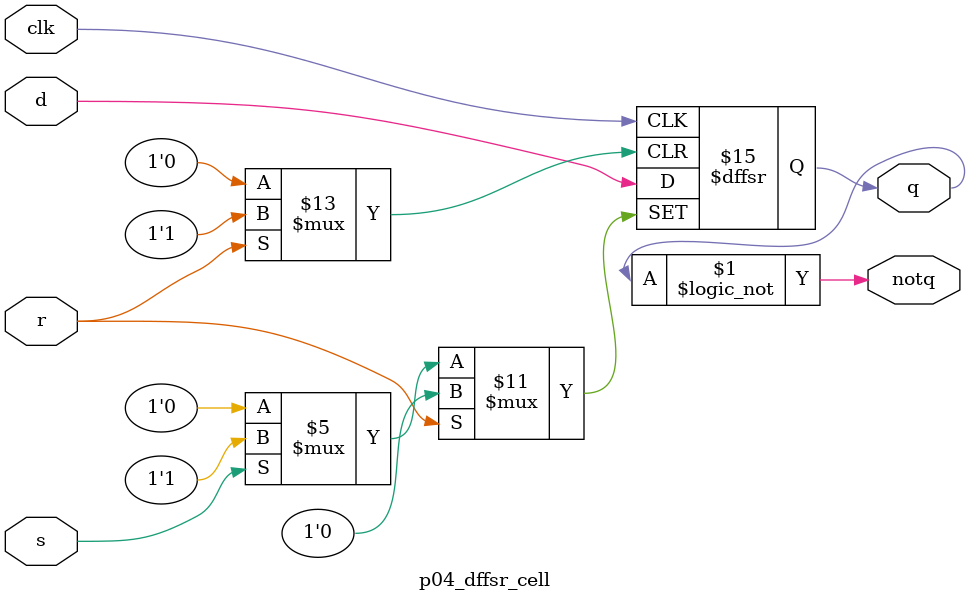
<source format=v>
/* 
This file provides the mapping from the Wokwi modules to Verilog HDL.

It's only needed for Wokwi designs.
*/

`define default_netname none

module p04_buffer_cell (
    input wire in,
    output wire out
    );
    assign out = in;
endmodule

module p04_and_cell (
    input wire a,
    input wire b,
    output wire out
    );

    assign out = a & b;
endmodule

module p04_or_cell (
    input wire a,
    input wire b,
    output wire out
    );

    assign out = a | b;
endmodule

module p04_xor_cell (
    input wire a,
    input wire b,
    output wire out
    );

    assign out = a ^ b;
endmodule

module p04_nand_cell (
    input wire a,
    input wire b,
    output wire out
    );

    assign out = !(a&b);
endmodule

module p04_not_cell (
    input wire in,
    output wire out
    );

    assign out = !in;
endmodule

module p04_mux_cell (
    input wire a,
    input wire b,
    input wire sel,
    output wire out
    );

    assign out = sel ? b : a;
endmodule

module p04_dff_cell (
    input wire clk,
    input wire d,
    output reg q,
    output wire notq
    );

    assign notq = !q;
    always @(posedge clk)
        q <= d;

endmodule

module p04_dffsr_cell (
    input wire clk,
    input wire d,
    input wire s,
    input wire r,
    output reg q,
    output wire notq
    );

    assign notq = !q;

    always @(posedge clk or posedge s or posedge r) begin
        if (r)
            q <= 0;
        else if (s)
            q <= 1;
        else
            q <= d;
    end
endmodule

</source>
